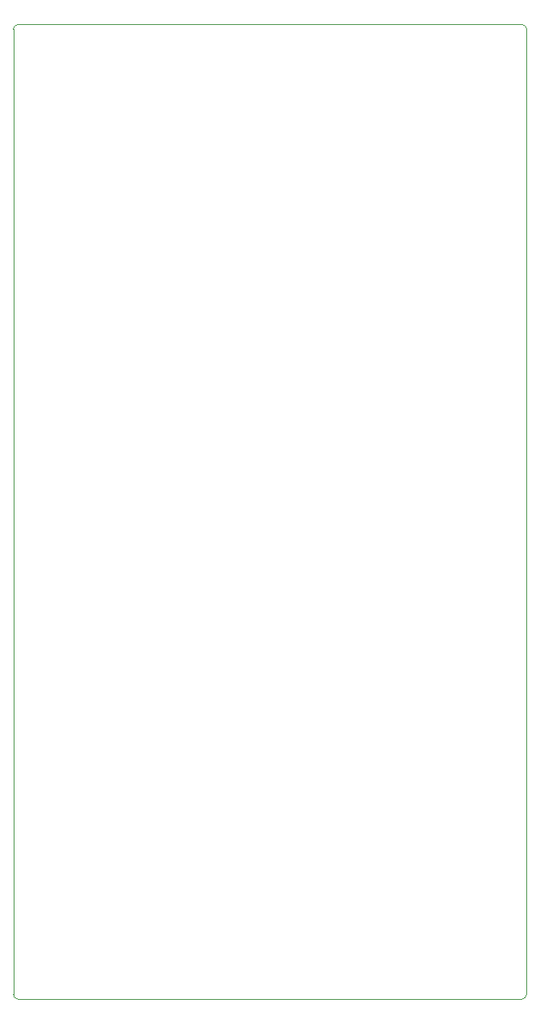
<source format=gko>
G04 Layer_Color=32896*
%FSLAX24Y24*%
%MOIN*%
G70*
G01*
G75*
%ADD96C,0.0039*%
D96*
X-19882Y25197D02*
G03*
X-20079Y25000I0J-197D01*
G01*
Y-14961D02*
G03*
X-19882Y-15157I197J0D01*
G01*
X984D02*
G03*
X1181Y-14961I0J197D01*
G01*
Y25000D02*
G03*
X984Y25197I-197J0D01*
G01*
X-20079Y-14961D02*
Y25000D01*
X-19882Y-15157D02*
X984D01*
X1181Y-14961D02*
Y25000D01*
X-19882Y25197D02*
X984D01*
M02*

</source>
